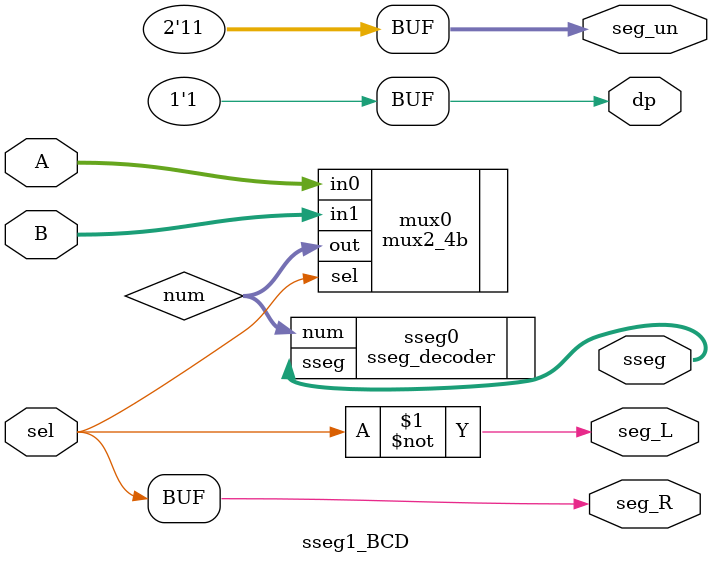
<source format=sv>
`timescale 1ns / 1ps


module sseg1_BCD(
    input [3:0] A,
    input [3:0] B,
    input sel,
    output [1:0] seg_un,
    output dp,
    output[6:0] sseg,
    output seg_L,
    output seg_R
    );
    wire[3:0] num;
    
mux2_4b mux0(
    .in0(A),
    .in1(B),
    .sel(sel),
    .out(num)
    );
    
sseg_decoder sseg0(
    .num(num),
    .sseg(sseg)
    );
    
assign seg_L=~sel;
assign seg_R=sel;
assign seg_un[1:0] = 2'b11;
assign dp = 1;

endmodule

</source>
